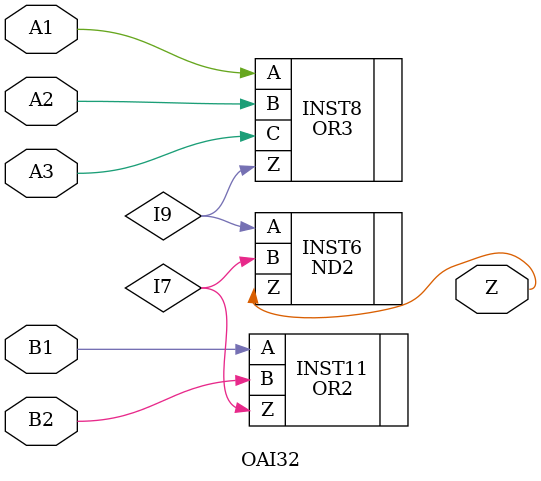
<source format=v>
`timescale 1 ns / 100 ps

/* Created by DB2VERILOG Version 1.2.0.2 on Fri Aug  5 11:15:22 1994 */
/* module compiled from "lsl2db 4.0.3" run */

module OAI32 (A1, A2, A3, B1, B2, Z);
input  A1, A2, A3, B1, B2;
output Z;
OR2 INST11 (.A(B1), .B(B2), .Z(I7));
ND2 INST6 (.A(I9), .B(I7), .Z(Z));
OR3 INST8 (.A(A1), .B(A2), .C(A3), .Z(I9));

endmodule


</source>
